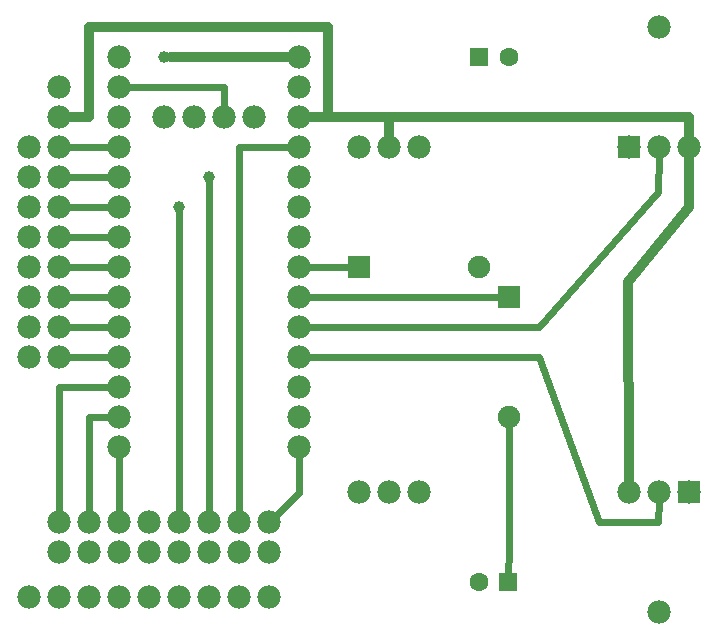
<source format=gtl>
G04 MADE WITH FRITZING*
G04 WWW.FRITZING.ORG*
G04 DOUBLE SIDED*
G04 HOLES PLATED*
G04 CONTOUR ON CENTER OF CONTOUR VECTOR*
%ASAXBY*%
%FSLAX23Y23*%
%MOIN*%
%OFA0B0*%
%SFA1.0B1.0*%
%ADD10C,0.078000*%
%ADD11C,0.062992*%
%ADD12C,0.075000*%
%ADD13C,0.039370*%
%ADD14R,0.078000X0.078000*%
%ADD15R,0.062992X0.062992*%
%ADD16R,0.075000X0.075000*%
%ADD17C,0.024000*%
%ADD18C,0.032000*%
%LNCOPPER1*%
G90*
G70*
G54D10*
X1013Y1927D03*
X1013Y1827D03*
X1013Y1727D03*
X1013Y1627D03*
X1013Y1527D03*
X1013Y1427D03*
X1013Y1327D03*
X1013Y1227D03*
X1013Y1127D03*
X1013Y1027D03*
X1013Y927D03*
X1013Y827D03*
X1013Y727D03*
X1013Y627D03*
X413Y1927D03*
X413Y1827D03*
X413Y1727D03*
X413Y1627D03*
X413Y1527D03*
X413Y1427D03*
X413Y1327D03*
X413Y1227D03*
X413Y1127D03*
X413Y1027D03*
X413Y927D03*
X413Y827D03*
X413Y727D03*
X413Y627D03*
X113Y1627D03*
X113Y1527D03*
X113Y1427D03*
X113Y1327D03*
X113Y1227D03*
X113Y1127D03*
X113Y1027D03*
X113Y927D03*
X113Y1627D03*
X113Y1527D03*
X113Y1427D03*
X113Y1327D03*
X113Y1227D03*
X113Y1127D03*
X113Y1027D03*
X113Y927D03*
X213Y927D03*
X213Y1027D03*
X213Y1127D03*
X213Y1227D03*
X213Y1327D03*
X213Y1427D03*
X213Y1527D03*
X213Y1627D03*
X213Y277D03*
X313Y277D03*
X413Y277D03*
X513Y277D03*
X613Y277D03*
X713Y277D03*
X813Y277D03*
X913Y277D03*
X213Y277D03*
X313Y277D03*
X413Y277D03*
X513Y277D03*
X613Y277D03*
X713Y277D03*
X813Y277D03*
X913Y277D03*
X913Y377D03*
X813Y377D03*
X713Y377D03*
X613Y377D03*
X513Y377D03*
X413Y377D03*
X313Y377D03*
X213Y377D03*
X113Y127D03*
X213Y127D03*
X313Y127D03*
X413Y127D03*
X513Y127D03*
X613Y127D03*
X713Y127D03*
X813Y127D03*
X913Y127D03*
X2313Y478D03*
X2213Y478D03*
X2113Y478D03*
X2113Y1628D03*
X2213Y1628D03*
X2313Y1628D03*
G54D11*
X1711Y178D03*
X1613Y178D03*
X1614Y1929D03*
X1713Y1929D03*
G54D12*
X1713Y1129D03*
X1713Y729D03*
X1213Y1228D03*
X1613Y1228D03*
G54D13*
X713Y1527D03*
X613Y1427D03*
G54D10*
X2213Y78D03*
X2213Y2028D03*
X563Y1727D03*
X663Y1727D03*
X763Y1727D03*
X863Y1727D03*
G54D13*
X563Y1927D03*
G54D10*
X213Y1727D03*
X213Y1827D03*
X1413Y478D03*
X1313Y478D03*
X1213Y478D03*
X1213Y1628D03*
X1313Y1628D03*
X1413Y1628D03*
G54D14*
X2313Y478D03*
X2113Y1628D03*
G54D15*
X1711Y178D03*
X1614Y1929D03*
G54D16*
X1713Y1129D03*
X1213Y1228D03*
G54D17*
X244Y1627D02*
X383Y1627D01*
D02*
X244Y1527D02*
X383Y1527D01*
D02*
X244Y1427D02*
X383Y1427D01*
D02*
X244Y1327D02*
X383Y1327D01*
D02*
X244Y1227D02*
X383Y1227D01*
D02*
X244Y1127D02*
X383Y1127D01*
D02*
X244Y1027D02*
X383Y1027D01*
D02*
X244Y927D02*
X383Y927D01*
G54D18*
D02*
X1013Y1927D02*
X588Y1927D01*
G54D17*
D02*
X1713Y279D02*
X1712Y205D01*
D02*
X1713Y700D02*
X1713Y279D01*
D02*
X1684Y1129D02*
X1043Y1127D01*
D02*
X1813Y927D02*
X1043Y927D01*
D02*
X2014Y378D02*
X1813Y927D01*
D02*
X2212Y378D02*
X2014Y378D01*
D02*
X2213Y448D02*
X2212Y378D01*
D02*
X713Y407D02*
X713Y1508D01*
D02*
X613Y407D02*
X613Y1408D01*
D02*
X983Y1627D02*
X813Y1627D01*
D02*
X813Y1627D02*
X813Y407D01*
D02*
X763Y1757D02*
X763Y1827D01*
D02*
X763Y1827D02*
X443Y1827D01*
D02*
X2212Y1479D02*
X1813Y1028D01*
D02*
X1813Y1028D02*
X1043Y1027D01*
D02*
X2213Y1598D02*
X2212Y1479D01*
D02*
X313Y727D02*
X383Y727D01*
D02*
X313Y407D02*
X313Y727D01*
D02*
X413Y407D02*
X413Y597D01*
D02*
X213Y407D02*
X213Y827D01*
D02*
X213Y827D02*
X383Y827D01*
D02*
X935Y399D02*
X1014Y476D01*
D02*
X1014Y476D02*
X1013Y597D01*
G54D18*
D02*
X1111Y1729D02*
X1111Y2028D01*
D02*
X1111Y2028D02*
X1063Y2028D01*
D02*
X1063Y2028D02*
X313Y2028D01*
D02*
X313Y1728D02*
X249Y1728D01*
D02*
X313Y2028D02*
X313Y1728D01*
D02*
X1049Y1728D02*
X1111Y1729D01*
D02*
X1111Y1729D02*
X1563Y1729D01*
D02*
X1563Y1729D02*
X1713Y1728D01*
D02*
X1049Y1728D02*
X1111Y1729D01*
D02*
X1713Y1728D02*
X2313Y1729D01*
D02*
X2313Y1729D02*
X2313Y1664D01*
D02*
X2111Y1177D02*
X2113Y514D01*
D02*
X2313Y1427D02*
X2111Y1177D01*
D02*
X2313Y1592D02*
X2313Y1427D01*
D02*
X1111Y1729D02*
X1313Y1729D01*
D02*
X1313Y1729D02*
X1313Y1664D01*
D02*
X1049Y1728D02*
X1111Y1729D01*
G54D17*
D02*
X1184Y1228D02*
X1043Y1227D01*
G04 End of Copper1*
M02*
</source>
